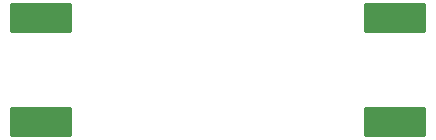
<source format=gbr>
%TF.GenerationSoftware,KiCad,Pcbnew,8.0.3*%
%TF.CreationDate,2024-07-05T12:35:55-05:00*%
%TF.ProjectId,Bald Probe Test Fixture rev1,42616c64-2050-4726-9f62-652054657374,1*%
%TF.SameCoordinates,Original*%
%TF.FileFunction,Soldermask,Bot*%
%TF.FilePolarity,Negative*%
%FSLAX46Y46*%
G04 Gerber Fmt 4.6, Leading zero omitted, Abs format (unit mm)*
G04 Created by KiCad (PCBNEW 8.0.3) date 2024-07-05 12:35:55*
%MOMM*%
%LPD*%
G01*
G04 APERTURE LIST*
G04 Aperture macros list*
%AMRoundRect*
0 Rectangle with rounded corners*
0 $1 Rounding radius*
0 $2 $3 $4 $5 $6 $7 $8 $9 X,Y pos of 4 corners*
0 Add a 4 corners polygon primitive as box body*
4,1,4,$2,$3,$4,$5,$6,$7,$8,$9,$2,$3,0*
0 Add four circle primitives for the rounded corners*
1,1,$1+$1,$2,$3*
1,1,$1+$1,$4,$5*
1,1,$1+$1,$6,$7*
1,1,$1+$1,$8,$9*
0 Add four rect primitives between the rounded corners*
20,1,$1+$1,$2,$3,$4,$5,0*
20,1,$1+$1,$4,$5,$6,$7,0*
20,1,$1+$1,$6,$7,$8,$9,0*
20,1,$1+$1,$8,$9,$2,$3,0*%
G04 Aperture macros list end*
%ADD10RoundRect,0.050800X2.540000X1.210000X-2.540000X1.210000X-2.540000X-1.210000X2.540000X-1.210000X0*%
%ADD11RoundRect,0.050800X-2.540000X-1.210000X2.540000X-1.210000X2.540000X1.210000X-2.540000X1.210000X0*%
G04 APERTURE END LIST*
D10*
%TO.C,J2*%
X143250000Y-98360000D03*
X143250000Y-89600000D03*
%TD*%
D11*
%TO.C,J1*%
X113290000Y-89600000D03*
X113290000Y-98360000D03*
%TD*%
M02*

</source>
